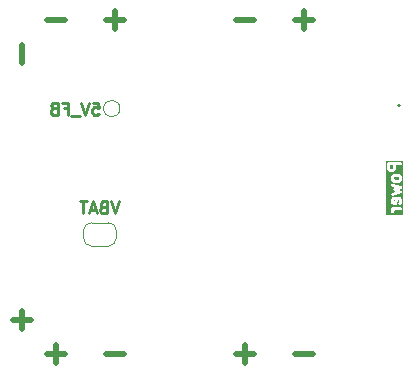
<source format=gbr>
%TF.GenerationSoftware,KiCad,Pcbnew,9.0.1*%
%TF.CreationDate,2025-07-05T19:11:37+01:00*%
%TF.ProjectId,PDB_AURA,5044425f-4155-4524-912e-6b696361645f,rev?*%
%TF.SameCoordinates,Original*%
%TF.FileFunction,Legend,Bot*%
%TF.FilePolarity,Positive*%
%FSLAX46Y46*%
G04 Gerber Fmt 4.6, Leading zero omitted, Abs format (unit mm)*
G04 Created by KiCad (PCBNEW 9.0.1) date 2025-07-05 19:11:37*
%MOMM*%
%LPD*%
G01*
G04 APERTURE LIST*
%ADD10C,0.500000*%
%ADD11C,0.250000*%
%ADD12C,0.120000*%
%ADD13C,0.200000*%
G04 APERTURE END LIST*
D10*
X65261904Y-89137333D02*
X63738095Y-89137333D01*
X64499999Y-89899238D02*
X64499999Y-88375428D01*
X86261904Y-89137333D02*
X84738095Y-89137333D01*
X81261904Y-89137333D02*
X79738095Y-89137333D01*
X80499999Y-89899238D02*
X80499999Y-88375428D01*
X70261904Y-89137333D02*
X68738095Y-89137333D01*
X61637333Y-62988095D02*
X61637333Y-64511905D01*
D11*
G36*
X93172303Y-76261098D02*
G01*
X93157952Y-76232396D01*
X93157952Y-76100936D01*
X93173740Y-76069359D01*
X93205318Y-76053571D01*
X93213809Y-76053571D01*
X93172303Y-76261098D01*
G37*
G36*
X93530336Y-74126541D02*
G01*
X93549268Y-74145473D01*
X93574619Y-74196174D01*
X93574619Y-74280014D01*
X93549268Y-74330715D01*
X93530336Y-74349648D01*
X93479634Y-74374999D01*
X93252937Y-74374999D01*
X93202235Y-74349648D01*
X93183302Y-74330716D01*
X93157952Y-74280015D01*
X93157952Y-74196174D01*
X93183302Y-74145472D01*
X93202235Y-74126540D01*
X93252937Y-74101190D01*
X93479634Y-74101190D01*
X93530336Y-74126541D01*
G37*
G36*
X93098428Y-73375252D02*
G01*
X93073077Y-73425953D01*
X93054145Y-73444886D01*
X93003444Y-73470237D01*
X92919604Y-73470237D01*
X92868902Y-73444886D01*
X92849969Y-73425954D01*
X92824619Y-73375253D01*
X92824619Y-73148809D01*
X93098428Y-73148809D01*
X93098428Y-73375252D01*
G37*
G36*
X93949619Y-77366645D02*
G01*
X92449619Y-77366645D01*
X92449619Y-77023809D01*
X92907952Y-77023809D01*
X92907952Y-77119047D01*
X92910354Y-77143433D01*
X92929018Y-77188493D01*
X92963506Y-77222981D01*
X93008566Y-77241645D01*
X93057338Y-77241645D01*
X93102398Y-77222981D01*
X93136886Y-77188493D01*
X93155550Y-77143433D01*
X93157952Y-77119047D01*
X93157952Y-77053317D01*
X93183302Y-77002615D01*
X93202235Y-76983683D01*
X93252937Y-76958333D01*
X93699619Y-76958333D01*
X93724005Y-76955931D01*
X93769065Y-76937267D01*
X93803553Y-76902779D01*
X93822217Y-76857719D01*
X93822217Y-76808947D01*
X93803553Y-76763887D01*
X93769065Y-76729399D01*
X93724005Y-76710735D01*
X93699619Y-76708333D01*
X93032952Y-76708333D01*
X93008566Y-76710735D01*
X92963506Y-76729399D01*
X92929018Y-76763887D01*
X92910354Y-76808947D01*
X92910354Y-76857719D01*
X92929018Y-76902779D01*
X92945481Y-76919242D01*
X92921149Y-76967907D01*
X92912391Y-76990793D01*
X92912072Y-76995274D01*
X92910354Y-76999423D01*
X92907952Y-77023809D01*
X92449619Y-77023809D01*
X92449619Y-76071428D01*
X92907952Y-76071428D01*
X92907952Y-76261904D01*
X92910354Y-76286290D01*
X92912072Y-76290438D01*
X92912391Y-76294920D01*
X92921149Y-76317806D01*
X92968767Y-76413043D01*
X92971334Y-76417121D01*
X92971976Y-76419046D01*
X92974055Y-76421443D01*
X92981822Y-76433781D01*
X92993662Y-76444050D01*
X93003932Y-76455891D01*
X93016268Y-76463657D01*
X93018667Y-76465737D01*
X93020592Y-76466378D01*
X93024669Y-76468945D01*
X93119907Y-76516564D01*
X93142793Y-76525322D01*
X93147273Y-76525640D01*
X93151423Y-76527359D01*
X93175809Y-76529761D01*
X93270916Y-76529761D01*
X93271047Y-76529761D01*
X93295433Y-76527359D01*
X93306747Y-76522672D01*
X93318761Y-76520296D01*
X93329058Y-76513431D01*
X93340493Y-76508695D01*
X93349152Y-76500035D01*
X93359343Y-76493242D01*
X93366230Y-76482957D01*
X93374981Y-76474207D01*
X93379667Y-76462892D01*
X93386482Y-76452717D01*
X93393620Y-76429276D01*
X93468761Y-76053571D01*
X93527252Y-76053571D01*
X93558830Y-76069360D01*
X93574619Y-76100936D01*
X93574619Y-76232395D01*
X93540197Y-76301240D01*
X93531439Y-76324126D01*
X93527981Y-76372776D01*
X93543405Y-76419046D01*
X93575361Y-76455891D01*
X93618984Y-76477703D01*
X93667634Y-76481161D01*
X93713904Y-76465737D01*
X93750749Y-76433781D01*
X93763803Y-76413044D01*
X93811422Y-76317806D01*
X93820180Y-76294920D01*
X93820498Y-76290439D01*
X93822217Y-76286290D01*
X93824619Y-76261904D01*
X93824619Y-76071428D01*
X93822217Y-76047042D01*
X93820498Y-76042892D01*
X93820180Y-76038412D01*
X93811422Y-76015526D01*
X93763803Y-75920288D01*
X93761237Y-75916212D01*
X93760595Y-75914285D01*
X93758513Y-75911884D01*
X93750749Y-75899551D01*
X93738909Y-75889282D01*
X93728638Y-75877440D01*
X93716300Y-75869673D01*
X93713904Y-75867595D01*
X93711979Y-75866953D01*
X93707901Y-75864386D01*
X93612662Y-75816767D01*
X93589776Y-75808010D01*
X93585296Y-75807691D01*
X93581147Y-75805973D01*
X93556761Y-75803571D01*
X93175809Y-75803571D01*
X93151423Y-75805973D01*
X93147273Y-75807691D01*
X93142793Y-75808010D01*
X93119907Y-75816768D01*
X93024669Y-75864387D01*
X93020592Y-75866953D01*
X93018667Y-75867595D01*
X93016268Y-75869674D01*
X93003932Y-75877441D01*
X92993662Y-75889281D01*
X92981822Y-75899551D01*
X92974055Y-75911888D01*
X92971976Y-75914286D01*
X92971334Y-75916210D01*
X92968767Y-75920289D01*
X92921149Y-76015526D01*
X92912391Y-76038412D01*
X92912072Y-76042893D01*
X92910354Y-76047042D01*
X92907952Y-76071428D01*
X92449619Y-76071428D01*
X92449619Y-74823101D01*
X92908372Y-74823101D01*
X92913939Y-74871554D01*
X92937625Y-74914190D01*
X92975824Y-74944515D01*
X92998612Y-74953524D01*
X93313697Y-75043547D01*
X93177004Y-75098225D01*
X93155254Y-75109512D01*
X93154143Y-75110595D01*
X93152719Y-75111206D01*
X93136731Y-75127588D01*
X93120349Y-75143576D01*
X93119738Y-75145000D01*
X93118655Y-75146111D01*
X93110154Y-75167363D01*
X93101136Y-75188406D01*
X93101117Y-75189957D01*
X93100542Y-75191395D01*
X93100820Y-75214285D01*
X93100542Y-75237175D01*
X93101117Y-75238612D01*
X93101136Y-75240164D01*
X93110154Y-75261206D01*
X93118655Y-75282459D01*
X93119738Y-75283569D01*
X93120349Y-75284994D01*
X93136731Y-75300981D01*
X93152719Y-75317364D01*
X93154143Y-75317974D01*
X93155254Y-75319058D01*
X93177004Y-75330345D01*
X93313697Y-75385022D01*
X92998612Y-75475046D01*
X92975824Y-75484055D01*
X92937625Y-75514380D01*
X92913939Y-75557016D01*
X92908372Y-75605469D01*
X92921770Y-75652365D01*
X92952095Y-75690564D01*
X92994731Y-75714250D01*
X93043184Y-75719817D01*
X93067292Y-75715428D01*
X93733959Y-75524952D01*
X93756747Y-75515943D01*
X93762995Y-75510982D01*
X93770328Y-75507840D01*
X93781929Y-75495951D01*
X93794946Y-75485618D01*
X93798822Y-75478640D01*
X93804391Y-75472934D01*
X93810560Y-75457511D01*
X93818632Y-75442982D01*
X93819542Y-75435056D01*
X93822505Y-75427651D01*
X93822302Y-75411034D01*
X93824199Y-75394529D01*
X93822008Y-75386860D01*
X93821911Y-75378882D01*
X93815365Y-75363608D01*
X93810801Y-75347633D01*
X93805840Y-75341384D01*
X93802698Y-75334052D01*
X93790808Y-75322449D01*
X93780476Y-75309434D01*
X93773500Y-75305558D01*
X93767792Y-75299988D01*
X93746043Y-75288701D01*
X93560002Y-75214285D01*
X93746043Y-75139869D01*
X93767792Y-75128582D01*
X93773500Y-75123011D01*
X93780476Y-75119136D01*
X93790808Y-75106120D01*
X93802698Y-75094518D01*
X93805840Y-75087185D01*
X93810801Y-75080937D01*
X93815365Y-75064961D01*
X93821911Y-75049688D01*
X93822008Y-75041709D01*
X93824199Y-75034041D01*
X93822302Y-75017535D01*
X93822505Y-75000919D01*
X93819542Y-74993513D01*
X93818632Y-74985588D01*
X93810560Y-74971058D01*
X93804391Y-74955636D01*
X93798822Y-74949929D01*
X93794946Y-74942952D01*
X93781929Y-74932618D01*
X93770328Y-74920730D01*
X93762995Y-74917587D01*
X93756747Y-74912627D01*
X93733959Y-74903618D01*
X93067292Y-74713142D01*
X93043184Y-74708753D01*
X92994731Y-74714320D01*
X92952095Y-74738006D01*
X92921770Y-74776205D01*
X92908372Y-74823101D01*
X92449619Y-74823101D01*
X92449619Y-74166666D01*
X92907952Y-74166666D01*
X92907952Y-74309523D01*
X92910354Y-74333909D01*
X92912072Y-74338057D01*
X92912391Y-74342539D01*
X92921149Y-74365425D01*
X92968767Y-74460662D01*
X92975376Y-74471160D01*
X92976638Y-74474207D01*
X92979453Y-74477638D01*
X92981822Y-74481400D01*
X92984316Y-74483563D01*
X92992183Y-74493149D01*
X93039801Y-74540768D01*
X93049389Y-74548637D01*
X93051551Y-74551129D01*
X93055308Y-74553494D01*
X93058743Y-74556313D01*
X93061793Y-74557576D01*
X93072288Y-74564183D01*
X93167526Y-74611802D01*
X93190412Y-74620560D01*
X93194892Y-74620878D01*
X93199042Y-74622597D01*
X93223428Y-74624999D01*
X93509142Y-74624999D01*
X93533528Y-74622597D01*
X93537676Y-74620878D01*
X93542158Y-74620560D01*
X93565044Y-74611802D01*
X93660281Y-74564184D01*
X93670777Y-74557576D01*
X93673825Y-74556314D01*
X93677258Y-74553496D01*
X93681019Y-74551129D01*
X93683182Y-74548634D01*
X93692767Y-74540769D01*
X93740387Y-74493150D01*
X93748256Y-74483561D01*
X93750749Y-74481400D01*
X93753112Y-74477645D01*
X93755933Y-74474209D01*
X93757197Y-74471155D01*
X93763803Y-74460663D01*
X93811422Y-74365425D01*
X93820180Y-74342539D01*
X93820498Y-74338058D01*
X93822217Y-74333909D01*
X93824619Y-74309523D01*
X93824619Y-74166666D01*
X93822217Y-74142280D01*
X93820498Y-74138130D01*
X93820180Y-74133650D01*
X93811422Y-74110764D01*
X93763803Y-74015526D01*
X93757197Y-74005033D01*
X93755933Y-74001980D01*
X93753112Y-73998543D01*
X93750749Y-73994789D01*
X93748256Y-73992627D01*
X93740387Y-73983039D01*
X93692767Y-73935420D01*
X93683182Y-73927554D01*
X93681019Y-73925060D01*
X93677258Y-73922692D01*
X93673825Y-73919875D01*
X93670777Y-73918612D01*
X93660281Y-73912005D01*
X93565044Y-73864387D01*
X93542158Y-73855629D01*
X93537676Y-73855310D01*
X93533528Y-73853592D01*
X93509142Y-73851190D01*
X93223428Y-73851190D01*
X93199042Y-73853592D01*
X93194892Y-73855310D01*
X93190412Y-73855629D01*
X93167526Y-73864387D01*
X93072288Y-73912006D01*
X93061793Y-73918612D01*
X93058743Y-73919876D01*
X93055308Y-73922694D01*
X93051551Y-73925060D01*
X93049389Y-73927551D01*
X93039801Y-73935421D01*
X92992183Y-73983040D01*
X92984316Y-73992625D01*
X92981822Y-73994789D01*
X92979453Y-73998550D01*
X92976638Y-74001982D01*
X92975376Y-74005028D01*
X92968767Y-74015527D01*
X92921149Y-74110764D01*
X92912391Y-74133650D01*
X92912072Y-74138131D01*
X92910354Y-74142280D01*
X92907952Y-74166666D01*
X92449619Y-74166666D01*
X92449619Y-73023809D01*
X92574619Y-73023809D01*
X92574619Y-73404761D01*
X92577021Y-73429147D01*
X92578739Y-73433295D01*
X92579058Y-73437777D01*
X92587816Y-73460663D01*
X92635434Y-73555900D01*
X92642043Y-73566398D01*
X92643305Y-73569445D01*
X92646120Y-73572876D01*
X92648489Y-73576638D01*
X92650983Y-73578801D01*
X92658850Y-73588387D01*
X92706468Y-73636006D01*
X92716056Y-73643875D01*
X92718218Y-73646367D01*
X92721975Y-73648732D01*
X92725410Y-73651551D01*
X92728460Y-73652814D01*
X92738955Y-73659421D01*
X92834193Y-73707040D01*
X92857079Y-73715798D01*
X92861559Y-73716116D01*
X92865709Y-73717835D01*
X92890095Y-73720237D01*
X93032952Y-73720237D01*
X93057338Y-73717835D01*
X93061486Y-73716116D01*
X93065968Y-73715798D01*
X93088854Y-73707040D01*
X93184091Y-73659422D01*
X93194589Y-73652812D01*
X93197636Y-73651551D01*
X93201067Y-73648735D01*
X93204829Y-73646367D01*
X93206992Y-73643872D01*
X93216578Y-73636006D01*
X93264197Y-73588388D01*
X93272066Y-73578799D01*
X93274558Y-73576638D01*
X93276923Y-73572880D01*
X93279742Y-73569446D01*
X93281005Y-73566395D01*
X93287612Y-73555901D01*
X93335231Y-73460663D01*
X93343989Y-73437777D01*
X93344307Y-73433296D01*
X93346026Y-73429147D01*
X93348428Y-73404761D01*
X93348428Y-73148809D01*
X93699619Y-73148809D01*
X93724005Y-73146407D01*
X93769065Y-73127743D01*
X93803553Y-73093255D01*
X93822217Y-73048195D01*
X93822217Y-72999423D01*
X93803553Y-72954363D01*
X93769065Y-72919875D01*
X93724005Y-72901211D01*
X93699619Y-72898809D01*
X92699619Y-72898809D01*
X92675233Y-72901211D01*
X92630173Y-72919875D01*
X92595685Y-72954363D01*
X92577021Y-72999423D01*
X92574619Y-73023809D01*
X92449619Y-73023809D01*
X92449619Y-72773809D01*
X93949619Y-72773809D01*
X93949619Y-77366645D01*
G37*
D10*
X81261904Y-60887333D02*
X79738095Y-60887333D01*
X70261904Y-60887333D02*
X68738095Y-60887333D01*
X69499999Y-61649238D02*
X69499999Y-60125428D01*
X65261904Y-60887333D02*
X63738095Y-60887333D01*
X86261904Y-60887333D02*
X84738095Y-60887333D01*
X85499999Y-61649238D02*
X85499999Y-60125428D01*
D11*
X69840288Y-76214619D02*
X69506955Y-77214619D01*
X69506955Y-77214619D02*
X69173622Y-76214619D01*
X68506955Y-76690809D02*
X68364098Y-76738428D01*
X68364098Y-76738428D02*
X68316479Y-76786047D01*
X68316479Y-76786047D02*
X68268860Y-76881285D01*
X68268860Y-76881285D02*
X68268860Y-77024142D01*
X68268860Y-77024142D02*
X68316479Y-77119380D01*
X68316479Y-77119380D02*
X68364098Y-77167000D01*
X68364098Y-77167000D02*
X68459336Y-77214619D01*
X68459336Y-77214619D02*
X68840288Y-77214619D01*
X68840288Y-77214619D02*
X68840288Y-76214619D01*
X68840288Y-76214619D02*
X68506955Y-76214619D01*
X68506955Y-76214619D02*
X68411717Y-76262238D01*
X68411717Y-76262238D02*
X68364098Y-76309857D01*
X68364098Y-76309857D02*
X68316479Y-76405095D01*
X68316479Y-76405095D02*
X68316479Y-76500333D01*
X68316479Y-76500333D02*
X68364098Y-76595571D01*
X68364098Y-76595571D02*
X68411717Y-76643190D01*
X68411717Y-76643190D02*
X68506955Y-76690809D01*
X68506955Y-76690809D02*
X68840288Y-76690809D01*
X67887907Y-76928904D02*
X67411717Y-76928904D01*
X67983145Y-77214619D02*
X67649812Y-76214619D01*
X67649812Y-76214619D02*
X67316479Y-77214619D01*
X67126002Y-76214619D02*
X66554574Y-76214619D01*
X66840288Y-77214619D02*
X66840288Y-76214619D01*
X67621241Y-67864619D02*
X68097431Y-67864619D01*
X68097431Y-67864619D02*
X68145050Y-68340809D01*
X68145050Y-68340809D02*
X68097431Y-68293190D01*
X68097431Y-68293190D02*
X68002193Y-68245571D01*
X68002193Y-68245571D02*
X67764098Y-68245571D01*
X67764098Y-68245571D02*
X67668860Y-68293190D01*
X67668860Y-68293190D02*
X67621241Y-68340809D01*
X67621241Y-68340809D02*
X67573622Y-68436047D01*
X67573622Y-68436047D02*
X67573622Y-68674142D01*
X67573622Y-68674142D02*
X67621241Y-68769380D01*
X67621241Y-68769380D02*
X67668860Y-68817000D01*
X67668860Y-68817000D02*
X67764098Y-68864619D01*
X67764098Y-68864619D02*
X68002193Y-68864619D01*
X68002193Y-68864619D02*
X68097431Y-68817000D01*
X68097431Y-68817000D02*
X68145050Y-68769380D01*
X67287907Y-67864619D02*
X66954574Y-68864619D01*
X66954574Y-68864619D02*
X66621241Y-67864619D01*
X66526003Y-68959857D02*
X65764098Y-68959857D01*
X65192669Y-68340809D02*
X65526002Y-68340809D01*
X65526002Y-68864619D02*
X65526002Y-67864619D01*
X65526002Y-67864619D02*
X65049812Y-67864619D01*
X64335526Y-68340809D02*
X64192669Y-68388428D01*
X64192669Y-68388428D02*
X64145050Y-68436047D01*
X64145050Y-68436047D02*
X64097431Y-68531285D01*
X64097431Y-68531285D02*
X64097431Y-68674142D01*
X64097431Y-68674142D02*
X64145050Y-68769380D01*
X64145050Y-68769380D02*
X64192669Y-68817000D01*
X64192669Y-68817000D02*
X64287907Y-68864619D01*
X64287907Y-68864619D02*
X64668859Y-68864619D01*
X64668859Y-68864619D02*
X64668859Y-67864619D01*
X64668859Y-67864619D02*
X64335526Y-67864619D01*
X64335526Y-67864619D02*
X64240288Y-67912238D01*
X64240288Y-67912238D02*
X64192669Y-67959857D01*
X64192669Y-67959857D02*
X64145050Y-68055095D01*
X64145050Y-68055095D02*
X64145050Y-68150333D01*
X64145050Y-68150333D02*
X64192669Y-68245571D01*
X64192669Y-68245571D02*
X64240288Y-68293190D01*
X64240288Y-68293190D02*
X64335526Y-68340809D01*
X64335526Y-68340809D02*
X64668859Y-68340809D01*
D10*
X61637333Y-85488095D02*
X61637333Y-87011905D01*
X62399238Y-86250000D02*
X60875428Y-86250000D01*
D12*
%TO.C,JP100*%
X66850000Y-78700000D02*
X66850000Y-79300000D01*
X67550000Y-80000000D02*
X68950000Y-80000000D01*
X68950000Y-78000000D02*
X67550000Y-78000000D01*
X69650000Y-79300000D02*
X69650000Y-78700000D01*
X66850000Y-78700000D02*
G75*
G02*
X67550000Y-78000000I699999J1D01*
G01*
X67550000Y-80000000D02*
G75*
G02*
X66850000Y-79300000I-1J699999D01*
G01*
X68950000Y-78000000D02*
G75*
G02*
X69650000Y-78700000I0J-700000D01*
G01*
X69650000Y-79300000D02*
G75*
G02*
X68950000Y-80000000I-700000J0D01*
G01*
D13*
%TO.C,J302*%
X93648000Y-68099000D02*
G75*
G02*
X93492000Y-68099000I-78000J0D01*
G01*
X93492000Y-68099000D02*
G75*
G02*
X93648000Y-68099000I78000J0D01*
G01*
D12*
%TO.C,TP201*%
X69950000Y-68350000D02*
G75*
G02*
X68550000Y-68350000I-700000J0D01*
G01*
X68550000Y-68350000D02*
G75*
G02*
X69950000Y-68350000I700000J0D01*
G01*
%TD*%
M02*

</source>
